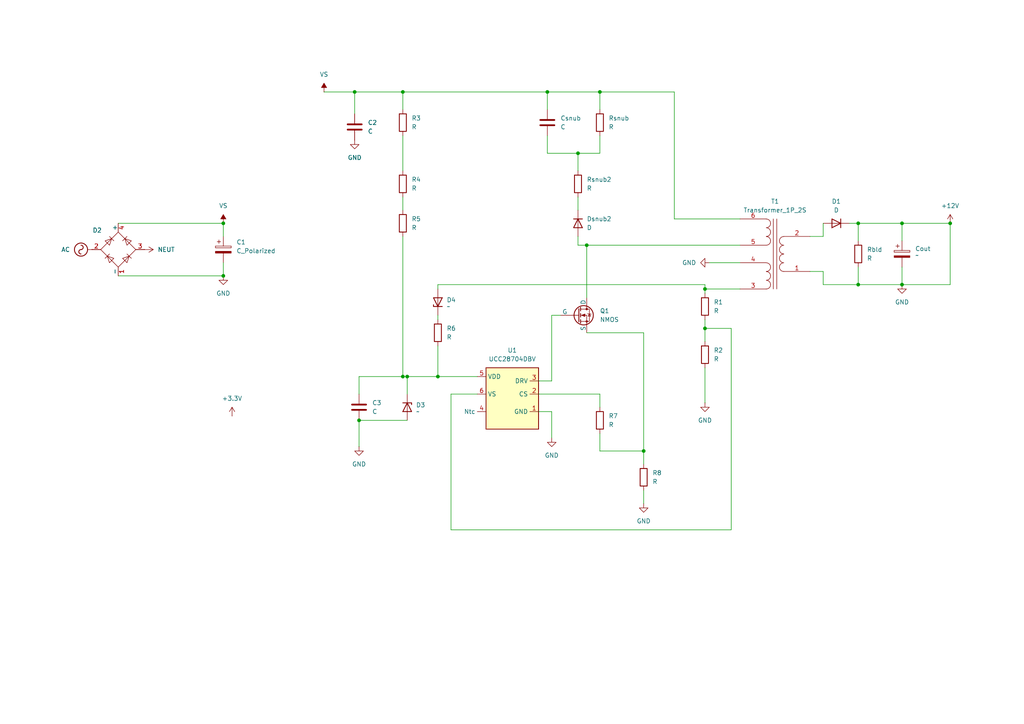
<source format=kicad_sch>
(kicad_sch (version 20231120) (generator "eeschema") (generator_version "8.0")
  (paper "A4")
  (lib_symbols
    (symbol "Device:C" (pin_numbers hide) (pin_names (offset 0.254))
      (property "Reference" "C" (at 0.635 2.54 0))
      (property "Value" "C" (at 0.635 -2.54 0))
      (symbol "C_0_1"
        (polyline (pts (xy -2.032 -0.762) (xy 2.032 -0.762)) (stroke (width 0.508)))
        (polyline (pts (xy -2.032 0.762) (xy 2.032 0.762)) (stroke (width 0.508)))
      )
      (symbol "C_1_1"
        (pin passive line (at 0 3.81 270) (length 2.794) (name "~") (number "1"))
        (pin passive line (at 0 -3.81 90) (length 2.794) (name "~") (number "2"))
      )
    )
    (symbol "Device:C_Polarized" (pin_numbers hide) (pin_names (offset 0.254))
      (property "Reference" "C" (at 0.635 2.54 0))
      (property "Value" "C_Polarized" (at 0.635 -2.54 0))
      (symbol "C_Polarized_0_1"
        (rectangle (start -2.286 0.508) (end 2.286 1.016))
        (polyline (pts (xy -1.778 2.286) (xy -0.762 2.286)))
        (polyline (pts (xy -1.27 2.794) (xy -1.27 1.778)))
        (rectangle (start 2.286 -0.508) (end -2.286 -1.016) (fill (type outline)))
      )
      (symbol "C_Polarized_1_1"
        (pin passive line (at 0 3.81 270) (length 2.794) (name "~") (number "1"))
        (pin passive line (at 0 -3.81 90) (length 2.794) (name "~") (number "2"))
      )
    )
    (symbol "Device:D" (pin_numbers hide) (pin_names (offset 1.016) hide)
      (property "Reference" "D" (at 0 2.54 0))
      (property "Value" "D" (at 0 -2.54 0))
      (symbol "D_0_1"
        (polyline (pts (xy -1.27 1.27) (xy -1.27 -1.27)) (stroke (width 0.254)))
        (polyline (pts (xy 1.27 0) (xy -1.27 0)))
        (polyline (pts (xy 1.27 1.27) (xy 1.27 -1.27) (xy -1.27 0) (xy 1.27 1.27)) (stroke (width 0.254)))
      )
      (symbol "D_1_1"
        (pin passive line (at -3.81 0 0) (length 2.54) (name "K") (number "1"))
        (pin passive line (at 3.81 0 180) (length 2.54) (name "A") (number "2"))
      )
    )
    (symbol "Device:R" (pin_numbers hide) (pin_names (offset 0))
      (property "Reference" "R" (at 2.032 0 90))
      (property "Value" "R" (at 0 0 90))
      (symbol "R_0_1"
        (rectangle (start -1.016 -2.54) (end 1.016 2.54) (stroke (width 0.254)))
      )
      (symbol "R_1_1"
        (pin passive line (at 0 3.81 270) (length 1.27) (name "~") (number "1"))
        (pin passive line (at 0 -3.81 90) (length 1.27) (name "~") (number "2"))
      )
    )
    (symbol "Device:Transformer_1P_2S" (pin_names (offset 1.016) hide)
      (property "Reference" "T" (at 0 12.7 0))
      (property "Value" "Transformer_1P_2S" (at 0 -12.7 0))
      (symbol "Transformer_1P_2S_0_1"
        (arc (start -2.54 -5.0546) (mid -1.6599 -4.6901) (end -1.27 -3.81))
        (arc (start -2.54 -2.5146) (mid -1.6599 -2.1501) (end -1.27 -1.27))
        (arc (start -2.54 0.0254) (mid -1.6599 0.3899) (end -1.27 1.27))
        (arc (start -2.54 2.5654) (mid -1.6599 2.9299) (end -1.27 3.81))
        (arc (start -1.27 -3.81) (mid -1.642 -2.912) (end -2.54 -2.54))
        (arc (start -1.27 -1.27) (mid -1.642 -0.372) (end -2.54 0))
        (arc (start -1.27 1.27) (mid -1.642 2.168) (end -2.54 2.54))
        (arc (start -1.27 3.81) (mid -1.642 4.708) (end -2.54 5.08))
        (polyline (pts (xy -0.508 -10.16) (xy -0.508 10.16)))
        (polyline (pts (xy 0.508 10.16) (xy 0.508 -10.16)))
        (arc (start 1.2954 -8.89) (mid 1.6599 -9.7701) (end 2.54 -10.1346))
        (arc (start 1.2954 -6.35) (mid 1.6599 -7.2301) (end 2.54 -7.5946))
        (arc (start 1.2954 -3.81) (mid 1.6599 -4.6901) (end 2.54 -5.0546))
        (arc (start 1.2954 3.81) (mid 1.6599 2.9299) (end 2.54 2.5654))
        (arc (start 1.2954 6.35) (mid 1.6599 5.4699) (end 2.54 5.1054))
        (arc (start 1.2954 8.89) (mid 1.6599 8.0099) (end 2.54 7.6454))
        (arc (start 2.54 -7.62) (mid 1.642 -7.992) (end 1.2954 -8.89))
        (arc (start 2.54 -5.08) (mid 1.642 -5.452) (end 1.2954 -6.35))
        (arc (start 2.54 -2.54) (mid 1.642 -2.912) (end 1.2954 -3.81))
        (arc (start 2.54 5.08) (mid 1.642 4.708) (end 1.2954 3.81))
        (arc (start 2.54 7.62) (mid 1.642 7.248) (end 1.2954 6.35))
        (arc (start 2.54 10.16) (mid 1.642 9.788) (end 1.2954 8.89))
      )
      (symbol "Transformer_1P_2S_1_1"
        (pin passive line (at -10.16 5.08 0) (length 7.62) (name "AA") (number "1"))
        (pin passive line (at -10.16 -5.08 0) (length 7.62) (name "AB") (number "2"))
        (pin passive line (at 10.16 10.16 180) (length 7.62) (name "SA") (number "3"))
        (pin passive line (at 10.16 2.54 180) (length 7.62) (name "SB") (number "4"))
        (pin passive line (at 10.16 -2.54 180) (length 7.62) (name "SC") (number "5"))
        (pin passive line (at 10.16 -10.16 180) (length 7.62) (name "SD") (number "6"))
      )
    )
    (symbol "Diode:DZ2S030X0L" (pin_numbers hide) (pin_names hide)
      (property "Reference" "D" (at 0 2.54 0))
      (property "Value" "DZ2S030X0L" (at 0 -2.54 0))
      (symbol "DZ2S030X0L_0_1"
        (polyline (pts (xy 1.27 0) (xy -1.27 0)))
        (polyline (pts (xy -1.27 -1.27) (xy -1.27 1.27) (xy -0.762 1.27)) (stroke (width 0.254)))
        (polyline (pts (xy 1.27 -1.27) (xy 1.27 1.27) (xy -1.27 0) (xy 1.27 -1.27)) (stroke (width 0.254)))
      )
      (symbol "DZ2S030X0L_1_1"
        (pin passive line (at -3.81 0 0) (length 2.54) (name "K") (number "1"))
        (pin passive line (at 3.81 0 180) (length 2.54) (name "A") (number "2"))
      )
    )
    (symbol "Diode_Bridge:B40C3x00-2200A" (pin_names (offset 0))
      (property "Reference" "D" (at 2.54 6.985 0))
      (property "Value" "B40C3x00-2200A" (at 2.54 5.08 0))
      (symbol "B40C3x00-2200A_0_1"
        (polyline (pts (xy -2.54 3.81) (xy -1.27 2.54)))
        (polyline (pts (xy -1.27 -2.54) (xy -2.54 -3.81)))
        (polyline (pts (xy 2.54 -1.27) (xy 3.81 -2.54)))
        (polyline (pts (xy 2.54 1.27) (xy 3.81 2.54)))
        (polyline (pts (xy -3.81 2.54) (xy -2.54 1.27) (xy -1.905 3.175) (xy -3.81 2.54)))
        (polyline (pts (xy -2.54 -1.27) (xy -3.81 -2.54) (xy -1.905 -3.175) (xy -2.54 -1.27)))
        (polyline (pts (xy 1.27 2.54) (xy 2.54 3.81) (xy 3.175 1.905) (xy 1.27 2.54)))
        (polyline (pts (xy 3.175 -1.905) (xy 1.27 -2.54) (xy 2.54 -3.81) (xy 3.175 -1.905)))
        (polyline (pts (xy -5.08 0) (xy 0 -5.08) (xy 5.08 0) (xy 0 5.08) (xy -5.08 0)))
      )
      (symbol "B40C3x00-2200A_1_1"
        (pin passive line (at -7.62 0 0) (length 2.54) (name "-") (number "1"))
        (pin passive line (at 0 7.62 270) (length 2.54) (name "~") (number "2"))
        (pin passive line (at 0 -7.62 90) (length 2.54) (name "~") (number "3"))
        (pin passive line (at 7.62 0 180) (length 2.54) (name "+") (number "4"))
      )
    )
    (symbol "Regulator_Switching:LT8306"
      (property "Reference" "U1" (at 0 12.7 0))
      (property "Value" "UCC28704DBV" (at 0 10.16 0))
      (symbol "LT8306_0_1"
        (rectangle (start -7.62 7.62) (end 7.62 -10.16) (stroke (width 0.254)) (fill (type background)))
      )
      (symbol "LT8306_1_1"
        (pin power_in line (at 7.62 -5.08 180) (length 2.54) (name "GND") (number "1"))
        (pin input line (at 7.62 0 180) (length 2.54) (name "CS") (number "2"))
        (pin output line (at 7.62 3.81 180) (length 2.54) (name "DRV") (number "3"))
        (pin input line (at -7.62 -5.08 180) (length 2.54) (name "Ntc") (number "4"))
        (pin power_in line (at -10.16 5.08 0) (length 2.54) (name "VDD") (number "5"))
        (pin input line (at -10.16 0 0) (length 2.54) (name "VS") (number "6"))
      )
    )
    (symbol "Simulation_SPICE:NMOS" (pin_numbers hide) (pin_names (offset 0))
      (property "Reference" "Q" (at 5.08 1.27 0))
      (property "Value" "NMOS" (at 5.08 -1.27 0))
      (symbol "NMOS_0_1"
        (polyline (pts (xy 0.254 0) (xy -2.54 0)))
        (polyline (pts (xy 0.254 1.905) (xy 0.254 -1.905)) (stroke (width 0.254)))
        (polyline (pts (xy 0.762 -1.27) (xy 0.762 -2.286)) (stroke (width 0.254)))
        (polyline (pts (xy 0.762 0.508) (xy 0.762 -0.508)) (stroke (width 0.254)))
        (polyline (pts (xy 0.762 2.286) (xy 0.762 1.27)) (stroke (width 0.254)))
        (polyline (pts (xy 2.54 2.54) (xy 2.54 1.778)))
        (polyline (pts (xy 2.54 -2.54) (xy 2.54 0) (xy 0.762 0)))
        (polyline (pts (xy 0.762 -1.778) (xy 3.302 -1.778) (xy 3.302 1.778) (xy 0.762 1.778)))
        (polyline (pts (xy 1.016 0) (xy 2.032 0.381) (xy 2.032 -0.381) (xy 1.016 0)) (fill (type outline)))
        (polyline (pts (xy 2.794 0.508) (xy 2.921 0.381) (xy 3.683 0.381) (xy 3.81 0.254)))
        (polyline (pts (xy 3.302 0.381) (xy 2.921 -0.254) (xy 3.683 -0.254) (xy 3.302 0.381)))
        (circle (center 1.651 0) (radius 2.794) (stroke (width 0.254)))
        (circle (center 2.54 -1.778) (radius 0.254) (fill (type outline)))
        (circle (center 2.54 1.778) (radius 0.254) (fill (type outline)))
      )
      (symbol "NMOS_1_1"
        (pin passive line (at 2.54 5.08 270) (length 2.54) (name "D") (number "1"))
        (pin input line (at -5.08 0 0) (length 2.54) (name "G") (number "2"))
        (pin passive line (at 2.54 -5.08 90) (length 2.54) (name "S") (number "3"))
      )
    )
    (symbol "power:+12V" (power) (pin_numbers hide) (pin_names (offset 0) hide)
      (property "Value" "+12V" (at 0 3.556 0))
      (symbol "+12V_0_1"
        (polyline (pts (xy -0.762 1.27) (xy 0 2.54)))
        (polyline (pts (xy 0 0) (xy 0 2.54)))
        (polyline (pts (xy 0 2.54) (xy 0.762 1.27)))
      )
      (symbol "+12V_1_1"
        (pin power_in line (at 0 0 90) (length 0) (name "~") (number "1"))
      )
    )
    (symbol "power:+3.3V" (power) (pin_numbers hide) (pin_names (offset 0) hide)
      (property "Value" "+3.3V" (at 0 3.556 0))
      (symbol "+3.3V_0_1"
        (polyline (pts (xy -0.762 1.27) (xy 0 2.54)))
        (polyline (pts (xy 0 0) (xy 0 2.54)))
        (polyline (pts (xy 0 2.54) (xy 0.762 1.27)))
      )
      (symbol "+3.3V_1_1"
        (pin power_in line (at 0 0 90) (length 0) (name "~") (number "1"))
      )
    )
    (symbol "power:AC" (power) (pin_numbers hide) (pin_names (offset 0) hide)
      (property "Value" "AC" (at 0 6.35 0))
      (symbol "AC_0_1"
        (polyline (pts (xy 0 0) (xy 0 1.27)))
        (arc (start 0 3.175) (mid -0.635 3.8073) (end -1.27 3.175) (stroke (width 0.254)))
        (arc (start 0 3.175) (mid 0.635 2.5427) (end 1.27 3.175) (stroke (width 0.254)))
        (circle (center 0 3.175) (radius 1.905) (stroke (width 0.254)))
      )
      (symbol "AC_1_1"
        (pin power_in line (at 0 0 90) (length 0) (name "~") (number "1"))
      )
    )
    (symbol "power:GND" (power) (pin_numbers hide) (pin_names (offset 0) hide)
      (property "Value" "GND" (at 0 -3.81 0))
      (symbol "GND_0_1"
        (polyline (pts (xy 0 0) (xy 0 -1.27) (xy 1.27 -1.27) (xy 0 -2.54) (xy -1.27 -1.27) (xy 0 -1.27)))
      )
      (symbol "GND_1_1"
        (pin power_in line (at 0 0 270) (length 0) (name "~") (number "1"))
      )
    )
    (symbol "power:NEUT" (power) (pin_numbers hide) (pin_names (offset 0) hide)
      (property "Value" "NEUT" (at 0 3.556 0))
      (symbol "NEUT_0_1"
        (polyline (pts (xy -0.762 1.27) (xy 0 2.54)))
        (polyline (pts (xy 0 0) (xy 0 2.54)))
        (polyline (pts (xy 0 2.54) (xy 0.762 1.27)))
      )
      (symbol "NEUT_1_1"
        (pin power_in line (at 0 0 90) (length 0) (name "~") (number "1"))
      )
    )
    (symbol "power:VS" (power) (pin_numbers hide) (pin_names (offset 0) hide)
      (property "Value" "VS" (at 0 3.556 0))
      (symbol "VS_0_1"
        (polyline (pts (xy 0 0) (xy 0 2.54)))
        (polyline (pts (xy 0.762 1.27) (xy -0.762 1.27) (xy 0 2.54) (xy 0.762 1.27)) (fill (type outline)))
      )
      (symbol "VS_1_1"
        (pin power_in line (at 0 0 90) (length 0) (name "~") (number "1"))
      )
    )
  )
  (junction (at 204.47 83.82))
  (junction (at 127 109.22))
  (junction (at 104.14 121.92))
  (junction (at 248.92 64.77))
  (junction (at 261.62 64.77))
  (junction (at 64.77 80.01))
  (junction (at 158.75 26.67))
  (junction (at 118.11 109.22))
  (junction (at 261.62 82.55))
  (junction (at 102.87 26.67))
  (junction (at 170.18 71.12))
  (junction (at 173.99 26.67))
  (junction (at 167.64 44.45))
  (junction (at 116.84 109.22))
  (junction (at 186.69 130.81))
  (junction (at 204.47 95.25))
  (junction (at 64.77 64.77))
  (junction (at 116.84 26.67))
  (junction (at 275.59 64.77))
  (junction (at 248.92 82.55))
  (wire (pts (xy 104.14 109.22) (xy 116.84 109.22)))
  (wire (pts (xy 167.64 57.15) (xy 167.64 60.96)))
  (wire (pts (xy 158.75 26.67) (xy 158.75 31.75)))
  (wire (pts (xy 204.47 82.55) (xy 204.47 83.82)))
  (wire (pts (xy 118.11 109.22) (xy 118.11 114.3)))
  (wire (pts (xy 205.74 76.2) (xy 214.63 76.2)))
  (wire (pts (xy 186.69 130.81) (xy 186.69 134.62)))
  (wire (pts (xy 160.02 119.38) (xy 160.02 127)))
  (wire (pts (xy 127 109.22) (xy 138.43 109.22)))
  (wire (pts (xy 116.84 26.67) (xy 158.75 26.67)))
  (wire (pts (xy 34.29 64.77) (xy 64.77 64.77)))
  (wire (pts (xy 173.99 26.67) (xy 195.58 26.67)))
  (wire (pts (xy 173.99 44.45) (xy 167.64 44.45)))
  (wire (pts (xy 261.62 64.77) (xy 261.62 69.85)))
  (wire (pts (xy 170.18 71.12) (xy 214.63 71.12)))
  (wire (pts (xy 204.47 106.68) (xy 204.47 116.84)))
  (wire (pts (xy 167.64 68.58) (xy 167.64 71.12)))
  (wire (pts (xy 173.99 31.75) (xy 173.99 26.67)))
  (wire (pts (xy 238.76 68.58) (xy 238.76 64.77)))
  (wire (pts (xy 127 82.55) (xy 204.47 82.55)))
  (wire (pts (xy 167.64 71.12) (xy 170.18 71.12)))
  (wire (pts (xy 130.81 114.3) (xy 130.81 153.67)))
  (wire (pts (xy 127 100.33) (xy 127 109.22)))
  (wire (pts (xy 138.43 114.3) (xy 130.81 114.3)))
  (wire (pts (xy 104.14 121.92) (xy 104.14 129.54)))
  (wire (pts (xy 34.29 80.01) (xy 64.77 80.01)))
  (wire (pts (xy 248.92 77.47) (xy 248.92 82.55)))
  (wire (pts (xy 158.75 44.45) (xy 167.64 44.45)))
  (wire (pts (xy 275.59 82.55) (xy 275.59 64.77)))
  (wire (pts (xy 167.64 44.45) (xy 167.64 49.53)))
  (wire (pts (xy 195.58 63.5) (xy 214.63 63.5)))
  (wire (pts (xy 186.69 96.52) (xy 170.18 96.52)))
  (wire (pts (xy 173.99 39.37) (xy 173.99 44.45)))
  (wire (pts (xy 118.11 109.22) (xy 127 109.22)))
  (wire (pts (xy 127 91.44) (xy 127 92.71)))
  (wire (pts (xy 204.47 92.71) (xy 204.47 95.25)))
  (wire (pts (xy 104.14 109.22) (xy 104.14 114.3)))
  (wire (pts (xy 116.84 57.15) (xy 116.84 60.96)))
  (wire (pts (xy 173.99 130.81) (xy 173.99 125.73)))
  (wire (pts (xy 127 83.82) (xy 127 82.55)))
  (wire (pts (xy 212.09 153.67) (xy 130.81 153.67)))
  (wire (pts (xy 173.99 114.3) (xy 173.99 118.11)))
  (wire (pts (xy 104.14 121.92) (xy 118.11 121.92)))
  (wire (pts (xy 261.62 64.77) (xy 275.59 64.77)))
  (wire (pts (xy 248.92 64.77) (xy 246.38 64.77)))
  (wire (pts (xy 116.84 109.22) (xy 118.11 109.22)))
  (wire (pts (xy 158.75 26.67) (xy 173.99 26.67)))
  (wire (pts (xy 160.02 91.44) (xy 162.56 91.44)))
  (wire (pts (xy 204.47 83.82) (xy 204.47 85.09)))
  (wire (pts (xy 102.87 26.67) (xy 116.84 26.67)))
  (wire (pts (xy 64.77 64.77) (xy 64.77 68.58)))
  (wire (pts (xy 234.95 78.74) (xy 238.76 78.74)))
  (wire (pts (xy 170.18 71.12) (xy 170.18 86.36)))
  (wire (pts (xy 195.58 63.5) (xy 195.58 26.67)))
  (wire (pts (xy 186.69 130.81) (xy 173.99 130.81)))
  (wire (pts (xy 156.21 119.38) (xy 160.02 119.38)))
  (wire (pts (xy 116.84 68.58) (xy 116.84 109.22)))
  (wire (pts (xy 238.76 68.58) (xy 234.95 68.58)))
  (wire (pts (xy 102.87 26.67) (xy 102.87 33.02)))
  (wire (pts (xy 160.02 110.49) (xy 160.02 91.44)))
  (wire (pts (xy 204.47 95.25) (xy 204.47 99.06)))
  (wire (pts (xy 116.84 31.75) (xy 116.84 26.67)))
  (wire (pts (xy 186.69 142.24) (xy 186.69 146.05)))
  (wire (pts (xy 64.77 80.01) (xy 64.77 76.2)))
  (wire (pts (xy 248.92 64.77) (xy 248.92 69.85)))
  (wire (pts (xy 186.69 96.52) (xy 186.69 130.81)))
  (wire (pts (xy 261.62 77.47) (xy 261.62 82.55)))
  (wire (pts (xy 158.75 44.45) (xy 158.75 39.37)))
  (wire (pts (xy 156.21 114.3) (xy 173.99 114.3)))
  (wire (pts (xy 156.21 110.49) (xy 160.02 110.49)))
  (wire (pts (xy 212.09 95.25) (xy 212.09 153.67)))
  (wire (pts (xy 238.76 78.74) (xy 238.76 82.55)))
  (wire (pts (xy 261.62 82.55) (xy 275.59 82.55)))
  (wire (pts (xy 93.98 26.67) (xy 102.87 26.67)))
  (wire (pts (xy 116.84 39.37) (xy 116.84 49.53)))
  (wire (pts (xy 238.76 82.55) (xy 248.92 82.55)))
  (wire (pts (xy 204.47 83.82) (xy 214.63 83.82)))
  (wire (pts (xy 204.47 95.25) (xy 212.09 95.25)))
  (wire (pts (xy 248.92 64.77) (xy 261.62 64.77)))
  (wire (pts (xy 248.92 82.55) (xy 261.62 82.55)))
  (text "to do: \nchange symbol names\nfind components\ndo footprints\n" (at 422.148 40.894 0) (effects (font (size 10.16 10.16))))
  (symbol (lib_id "Device:C") (at 102.87 36.83 0) (unit 1)
    (property "Reference" "C2" (at 106.68 35.5599 0) (effects (justify left)))
    (property "Value" "C" (at 106.68 38.0999 0) (effects (justify left)))
    (property "Description" "Unpolarized capacitor" (effects (hide yes)))
  )
  (symbol (lib_id "Device:R") (at 167.64 53.34 0) (unit 1)
    (property "Reference" "Rsnub2" (at 170.18 52.0699 0) (effects (justify left)))
    (property "Value" "R" (at 170.18 54.6099 0) (effects (justify left)))
    (property "Description" "Resistor" (effects (hide yes)))
  )
  (symbol (lib_id "power:+3.3V") (at 67.31 120.65 0) (unit 1)
    (property "Reference" "#PWR014" (effects (hide yes)))
    (property "Value" "+3.3V" (at 67.31 115.57 0))
    (property "Description" "Power symbol creates a global label with name \"+3.3V\"" (effects (hide yes)))
  )
  (symbol (lib_id "Device:R") (at 204.47 88.9 0) (unit 1)
    (property "Reference" "R1" (at 207.01 87.6299 0) (effects (justify left)))
    (property "Value" "R" (at 207.01 90.1699 0) (effects (justify left)))
    (property "Description" "Resistor" (effects (hide yes)))
  )
  (symbol (lib_id "power:GND") (at 205.74 76.2 270) (unit 1)
    (property "Reference" "#PWR06" (effects (hide yes)))
    (property "Value" "GND" (at 201.93 76.1999 90) (effects (justify right)))
    (property "Description" "Power symbol creates a global label with name \"GND\" , ground" (effects (hide yes)))
  )
  (symbol (lib_id "power:VS") (at 64.77 64.77 0) (unit 1)
    (property "Reference" "#PWR03" (effects (hide yes)))
    (property "Value" "VS" (at 64.77 59.69 0))
    (property "Description" "Power symbol creates a global label with name \"VS\"" (effects (hide yes)))
  )
  (symbol (lib_id "Device:C_Polarized") (at 261.62 73.66 0) (unit 1)
    (property "Reference" "Cout" (at 265.43 72.1359 0) (effects (justify left)))
    (property "Value" "~" (at 265.43 74.041 0) (effects (justify left)))
    (property "Description" "Polarized capacitor" (effects (hide yes)))
  )
  (symbol (lib_id "Diode:DZ2S030X0L") (at 127 87.63 90) (unit 1)
    (property "Reference" "D4" (at 129.54 86.9949 90) (effects (justify right)))
    (property "Value" "~" (at 129.54 88.9 90) (effects (justify right)))
    (property "Footprint" "Diode_SMD:D_SOD-523" (effects (hide yes)))
    (property "Datasheet" "https://industrial.panasonic.com/content/data/SC/ds/ds4/DZ2S03000L_E.pdf" (effects (hide yes)))
    (property "Description" "150mW Silicon Planar Zener Diode, 3.0V, SOD-523" (effects (hide yes)))
  )
  (symbol (lib_id "Device:Transformer_1P_2S") (at 224.79 73.66 180) (unit 1)
    (property "Reference" "T1" (at 224.79 58.42 0))
    (property "Value" "Transformer_1P_2S" (at 224.79 60.96 0))
    (property "Description" "Transformer, single primary, dual secondary" (effects (hide yes)))
  )
  (symbol (lib_id "power:GND") (at 64.77 80.01 0) (unit 1)
    (property "Reference" "#PWR011" (effects (hide yes)))
    (property "Value" "GND" (at 64.77 85.09 0))
    (property "Description" "Power symbol creates a global label with name \"GND\" , ground" (effects (hide yes)))
  )
  (symbol (lib_id "Device:R") (at 173.99 121.92 0) (unit 1)
    (property "Reference" "R7" (at 176.53 120.6499 0) (effects (justify left)))
    (property "Value" "R" (at 176.53 123.1899 0) (effects (justify left)))
    (property "Description" "Resistor" (effects (hide yes)))
  )
  (symbol (lib_id "power:GND") (at 261.62 82.55 0) (unit 1)
    (property "Reference" "#PWR02" (effects (hide yes)))
    (property "Value" "GND" (at 261.62 87.63 0))
    (property "Description" "Power symbol creates a global label with name \"GND\" , ground" (effects (hide yes)))
  )
  (symbol (lib_id "Device:R") (at 116.84 53.34 0) (unit 1)
    (property "Reference" "R4" (at 119.38 52.0699 0) (effects (justify left)))
    (property "Value" "R" (at 119.38 54.6099 0) (effects (justify left)))
    (property "Description" "Resistor" (effects (hide yes)))
  )
  (symbol (lib_id "Diode_Bridge:B40C3x00-2200A") (at 34.29 72.39 90) (unit 1)
    (property "Reference" "D2" (at 28.194 66.802 90))
    (property "Value" "B40C3x00-2200A" (effects (hide yes)))
    (property "Footprint" "Diode_THT:Diode_Bridge_32.0x5.6x17.0mm_P10.0mm_P7.5mm" (effects (hide yes)))
    (property "Datasheet" "https://diotec.com/tl_files/diotec/files/pdf/datasheets/b40c3700" (effects (hide yes)))
    (property "Description" "Silicon Bridge Rectifier, 40V Vrms, 2.2A If, pins=-AA+, SIL-package" (effects (hide yes)))
  )
  (symbol (lib_id "Device:R") (at 173.99 35.56 0) (unit 1)
    (property "Reference" "Rsnub" (at 176.53 34.2899 0) (effects (justify left)))
    (property "Value" "R" (at 176.53 36.8299 0) (effects (justify left)))
    (property "Description" "Resistor" (effects (hide yes)))
  )
  (symbol (lib_id "Device:R") (at 186.69 138.43 0) (unit 1)
    (property "Reference" "R8" (at 189.23 137.1599 0) (effects (justify left)))
    (property "Value" "R" (at 189.23 139.6999 0) (effects (justify left)))
    (property "Description" "Resistor" (effects (hide yes)))
  )
  (symbol (lib_id "power:GND") (at 160.02 127 0) (unit 1)
    (property "Reference" "#PWR010" (effects (hide yes)))
    (property "Value" "GND" (at 160.02 132.08 0))
    (property "Description" "Power symbol creates a global label with name \"GND\" , ground" (effects (hide yes)))
  )
  (symbol (lib_id "Device:C") (at 104.14 118.11 0) (unit 1)
    (property "Reference" "C3" (at 107.95 116.8399 0) (effects (justify left)))
    (property "Value" "C" (at 107.95 119.3799 0) (effects (justify left)))
    (property "Description" "Unpolarized capacitor" (effects (hide yes)))
  )
  (symbol (lib_id "Device:C_Polarized") (at 64.77 72.39 0) (unit 1)
    (property "Reference" "C1" (at 68.58 70.2309 0) (effects (justify left)))
    (property "Value" "C_Polarized" (at 68.58 72.7709 0) (effects (justify left)))
    (property "Description" "Polarized capacitor" (effects (hide yes)))
  )
  (symbol (lib_id "Device:C") (at 158.75 35.56 0) (unit 1)
    (property "Reference" "Csnub" (at 162.56 34.2899 0) (effects (justify left)))
    (property "Value" "C" (at 162.56 36.8299 0) (effects (justify left)))
    (property "Description" "Unpolarized capacitor" (effects (hide yes)))
  )
  (symbol (lib_id "power:GND") (at 186.69 146.05 0) (unit 1)
    (property "Reference" "#PWR09" (effects (hide yes)))
    (property "Value" "GND" (at 186.69 151.13 0))
    (property "Description" "Power symbol creates a global label with name \"GND\" , ground" (effects (hide yes)))
  )
  (symbol (lib_id "Simulation_SPICE:NMOS") (at 167.64 91.44 0) (unit 1)
    (property "Reference" "Q1" (at 173.99 90.1699 0) (effects (justify left)))
    (property "Value" "NMOS" (at 173.99 92.7099 0) (effects (justify left)))
    (property "Datasheet" "https://ngspice.sourceforge.io/docs/ngspice-html-manual/manual.xhtml#cha_MOSFETs" (effects (hide yes)))
    (property "Description" "N-MOSFET transistor, drain/source/gate" (effects (hide yes)))
    (property "Sim.Device" "NMOS" (effects (hide yes)))
    (property "Sim.Type" "VDMOS" (effects (hide yes)))
    (property "Sim.Pins" "1=D 2=G 3=S" (effects (hide yes)))
  )
  (symbol (lib_id "Device:R") (at 248.92 73.66 0) (unit 1)
    (property "Reference" "Rbld" (at 251.46 72.3899 0) (effects (justify left)))
    (property "Value" "R" (at 251.46 74.9299 0) (effects (justify left)))
    (property "Description" "Resistor" (effects (hide yes)))
  )
  (symbol (lib_id "power:AC") (at 26.67 72.39 90) (unit 1)
    (property "Reference" "#PWR013" (effects (hide yes)))
    (property "Value" "AC" (at 20.32 72.3899 90) (effects (justify left)))
    (property "Description" "Power symbol creates a global label with name \"AC\"" (effects (hide yes)))
  )
  (symbol (lib_id "Device:D") (at 167.64 64.77 270) (unit 1)
    (property "Reference" "Dsnub2" (at 170.18 63.4999 90) (effects (justify left)))
    (property "Value" "D" (at 170.18 66.0399 90) (effects (justify left)))
    (property "Description" "Diode" (effects (hide yes)))
    (property "Sim.Device" "D" (effects (hide yes)))
    (property "Sim.Pins" "1=K 2=A" (effects (hide yes)))
  )
  (symbol (lib_id "power:VS") (at 93.98 26.67 0) (unit 1)
    (property "Reference" "#PWR04" (effects (hide yes)))
    (property "Value" "VS" (at 93.98 21.59 0))
    (property "Description" "Power symbol creates a global label with name \"VS\"" (effects (hide yes)))
  )
  (symbol (lib_id "Diode:DZ2S030X0L") (at 118.11 118.11 270) (unit 1)
    (property "Reference" "D3" (at 120.65 117.4749 90) (effects (justify left)))
    (property "Value" "~" (at 120.65 119.38 90) (effects (justify left)))
    (property "Footprint" "Diode_SMD:D_SOD-523" (effects (hide yes)))
    (property "Datasheet" "https://industrial.panasonic.com/content/data/SC/ds/ds4/DZ2S03000L_E.pdf" (effects (hide yes)))
    (property "Description" "150mW Silicon Planar Zener Diode, 3.0V, SOD-523" (effects (hide yes)))
  )
  (symbol (lib_id "power:+12V") (at 275.59 64.77 0) (unit 1)
    (property "Reference" "#PWR01" (effects (hide yes)))
    (property "Value" "+12V" (at 275.59 59.69 0))
    (property "Description" "Power symbol creates a global label with name \"+12V\"" (effects (hide yes)))
  )
  (symbol (lib_id "power:GND") (at 204.47 116.84 0) (unit 1)
    (property "Reference" "#PWR08" (effects (hide yes)))
    (property "Value" "GND" (at 204.47 121.92 0))
    (property "Description" "Power symbol creates a global label with name \"GND\" , ground" (effects (hide yes)))
  )
  (symbol (lib_id "Device:R") (at 204.47 102.87 0) (unit 1)
    (property "Reference" "R2" (at 207.01 101.5999 0) (effects (justify left)))
    (property "Value" "R" (at 207.01 104.1399 0) (effects (justify left)))
    (property "Description" "Resistor" (effects (hide yes)))
  )
  (symbol (lib_id "Regulator_Switching:LT8306") (at 148.59 114.3 0) (unit 1)
    (property "Reference" "U1" (at 148.59 101.6 0))
    (property "Value" "UCC28704DBV" (at 148.59 104.14 0))
    (property "Description" "s" (effects (hide yes)))
  )
  (symbol (lib_id "Device:R") (at 116.84 35.56 0) (unit 1)
    (property "Reference" "R3" (at 119.38 34.2899 0) (effects (justify left)))
    (property "Value" "R" (at 119.38 36.8299 0) (effects (justify left)))
    (property "Description" "Resistor" (effects (hide yes)))
  )
  (symbol (lib_id "Device:R") (at 127 96.52 0) (unit 1)
    (property "Reference" "R6" (at 129.54 95.2499 0) (effects (justify left)))
    (property "Value" "R" (at 129.54 97.7899 0) (effects (justify left)))
    (property "Description" "Resistor" (effects (hide yes)))
  )
  (symbol (lib_id "power:GND") (at 102.87 40.64 0) (unit 1)
    (property "Reference" "#PWR05" (effects (hide yes)))
    (property "Value" "GND" (at 102.87 45.72 0))
    (property "Description" "Power symbol creates a global label with name \"GND\" , ground" (effects (hide yes)))
  )
  (symbol (lib_id "power:GND") (at 104.14 129.54 0) (unit 1)
    (property "Reference" "#PWR07" (effects (hide yes)))
    (property "Value" "GND" (at 104.14 134.62 0))
    (property "Description" "Power symbol creates a global label with name \"GND\" , ground" (effects (hide yes)))
  )
  (symbol (lib_id "Device:R") (at 116.84 64.77 0) (unit 1)
    (property "Reference" "R5" (at 119.38 63.4999 0) (effects (justify left)))
    (property "Value" "R" (at 119.38 66.0399 0) (effects (justify left)))
    (property "Description" "Resistor" (effects (hide yes)))
  )
  (symbol (lib_id "power:NEUT") (at 41.91 72.39 270) (unit 1)
    (property "Reference" "#PWR012" (effects (hide yes)))
    (property "Value" "NEUT" (at 45.72 72.3899 90) (effects (justify left)))
    (property "Description" "Power symbol creates a global label with name \"NEUT\"" (effects (hide yes)))
  )
  (symbol (lib_id "Device:D") (at 242.57 64.77 180) (unit 1)
    (property "Reference" "D1" (at 242.57 58.42 0))
    (property "Value" "D" (at 242.57 60.96 0))
    (property "Description" "Diode" (effects (hide yes)))
    (property "Sim.Device" "D" (effects (hide yes)))
    (property "Sim.Pins" "1=K 2=A" (effects (hide yes)))
  )
)
</source>
